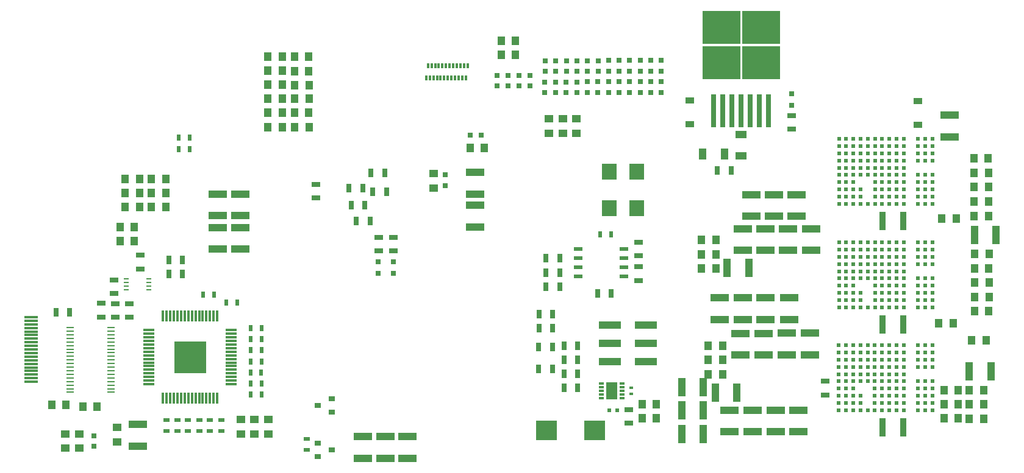
<source format=gbr>
G04 #@! TF.GenerationSoftware,KiCad,Pcbnew,(5.0.2)-1*
G04 #@! TF.CreationDate,2019-04-03T00:40:33-04:00*
G04 #@! TF.ProjectId,RASAC,52415341-432e-46b6-9963-61645f706362,rev?*
G04 #@! TF.SameCoordinates,Original*
G04 #@! TF.FileFunction,Paste,Top*
G04 #@! TF.FilePolarity,Positive*
%FSLAX46Y46*%
G04 Gerber Fmt 4.6, Leading zero omitted, Abs format (unit mm)*
G04 Created by KiCad (PCBNEW (5.0.2)-1) date 4/3/2019 12:40:33 AM*
%MOMM*%
%LPD*%
G01*
G04 APERTURE LIST*
%ADD10R,0.300000X0.700000*%
%ADD11R,0.700000X1.300000*%
%ADD12R,4.400000X4.400000*%
%ADD13R,1.500000X0.300000*%
%ADD14R,0.300000X1.500000*%
%ADD15R,3.150000X1.000000*%
%ADD16R,1.000000X1.250000*%
%ADD17R,2.500000X1.000000*%
%ADD18R,1.000000X2.500000*%
%ADD19R,2.950000X2.700000*%
%ADD20R,1.600000X1.000000*%
%ADD21R,1.250000X1.000000*%
%ADD22R,1.200000X0.900000*%
%ADD23R,0.800000X0.800000*%
%ADD24R,1.900000X0.300000*%
%ADD25R,0.900000X2.500000*%
%ADD26R,0.900000X0.800000*%
%ADD27R,0.900000X0.500000*%
%ADD28R,0.700000X0.300000*%
%ADD29R,1.580000X2.350000*%
%ADD30R,2.000000X2.200000*%
%ADD31R,1.143000X0.508000*%
%ADD32R,1.100000X0.285000*%
%ADD33R,0.750000X0.250000*%
%ADD34R,5.250000X4.550000*%
%ADD35R,0.800000X4.600000*%
%ADD36R,0.550000X0.550000*%
%ADD37R,0.800000X0.750000*%
%ADD38R,0.750000X0.800000*%
%ADD39R,1.300000X0.700000*%
%ADD40R,0.500000X0.900000*%
%ADD41R,0.600000X0.500000*%
%ADD42R,1.000000X1.600000*%
%ADD43R,0.600000X0.400000*%
G04 APERTURE END LIST*
D10*
G04 #@! TO.C,J4*
X151074380Y-83370640D03*
X150574380Y-83370640D03*
X150074380Y-83370640D03*
X149574380Y-83370640D03*
X149074380Y-83370640D03*
X148574380Y-83370640D03*
X148074380Y-83370640D03*
X147574380Y-83370640D03*
X147074380Y-83370640D03*
X146574380Y-83370640D03*
X146074380Y-83370640D03*
X145574380Y-83370640D03*
X145824380Y-85070640D03*
X147324380Y-85070640D03*
X146824380Y-85070640D03*
X146324380Y-85070640D03*
X145324380Y-85070640D03*
X147824380Y-85070640D03*
X148324380Y-85070640D03*
X148824380Y-85070640D03*
X149324380Y-85070640D03*
X149824380Y-85070640D03*
X150324380Y-85070640D03*
X150824380Y-85070640D03*
G04 #@! TD*
D11*
G04 #@! TO.C,R63*
X162844520Y-125539500D03*
X160944520Y-125539500D03*
G04 #@! TD*
G04 #@! TO.C,R70*
X160931820Y-122529600D03*
X162831820Y-122529600D03*
G04 #@! TD*
D12*
G04 #@! TO.C,J5*
X112552480Y-123929140D03*
D13*
X118252480Y-120179140D03*
X118252480Y-120679140D03*
X118252480Y-121179140D03*
X118252480Y-121679140D03*
X118252480Y-122179140D03*
X118252480Y-122679140D03*
X118252480Y-123179140D03*
X118252480Y-123679140D03*
X118252480Y-124179140D03*
X118252480Y-124679140D03*
X118252480Y-125179140D03*
X118252480Y-125679140D03*
X118252480Y-126179140D03*
X118252480Y-126679140D03*
X118252480Y-127179140D03*
X118252480Y-127679140D03*
D14*
X116302480Y-129629140D03*
X115802480Y-129629140D03*
X115302480Y-129629140D03*
X114802480Y-129629140D03*
X114302480Y-129629140D03*
X113802480Y-129629140D03*
X113302480Y-129629140D03*
X112802480Y-129629140D03*
X112302480Y-129629140D03*
X111802480Y-129629140D03*
X111302480Y-129629140D03*
X110802480Y-129629140D03*
X110302480Y-129629140D03*
X109802480Y-129629140D03*
X109302480Y-129629140D03*
X108802480Y-129629140D03*
D13*
X106852480Y-127679140D03*
X106852480Y-127179140D03*
X106852480Y-126679140D03*
X106852480Y-126179140D03*
X106852480Y-125679140D03*
X106852480Y-125179140D03*
X106852480Y-124679140D03*
X106852480Y-124179140D03*
X106852480Y-123679140D03*
X106852480Y-123179140D03*
X106852480Y-122679140D03*
X106852480Y-122179140D03*
X106852480Y-121679140D03*
X106852480Y-121179140D03*
X106852480Y-120679140D03*
X106852480Y-120179140D03*
D14*
X108802480Y-118229140D03*
X109302480Y-118229140D03*
X109802480Y-118229140D03*
X110302480Y-118229140D03*
X110802480Y-118229140D03*
X111302480Y-118229140D03*
X111802480Y-118229140D03*
X112302480Y-118229140D03*
X112802480Y-118229140D03*
X113302480Y-118229140D03*
X113802480Y-118229140D03*
X114302480Y-118229140D03*
X114802480Y-118229140D03*
X115302480Y-118229140D03*
X115802480Y-118229140D03*
X116302480Y-118229140D03*
G04 #@! TD*
D15*
G04 #@! TO.C,J13*
X175849520Y-124592080D03*
X170799520Y-124592080D03*
X175849520Y-122052080D03*
X170799520Y-122052080D03*
X175849520Y-119512080D03*
X170799520Y-119512080D03*
G04 #@! TD*
D16*
G04 #@! TO.C,C11*
X223041720Y-121579640D03*
X221041720Y-121579640D03*
G04 #@! TD*
D17*
G04 #@! TO.C,C15*
X196748400Y-101319200D03*
X196748400Y-104319200D03*
G04 #@! TD*
G04 #@! TO.C,C16*
X195681600Y-115670200D03*
X195681600Y-118670200D03*
G04 #@! TD*
G04 #@! TO.C,C17*
X197002400Y-134291200D03*
X197002400Y-131291200D03*
G04 #@! TD*
G04 #@! TO.C,C18*
X193598800Y-101319200D03*
X193598800Y-104319200D03*
G04 #@! TD*
G04 #@! TO.C,C19*
X192455800Y-115670200D03*
X192455800Y-118670200D03*
G04 #@! TD*
G04 #@! TO.C,C20*
X193814700Y-134291200D03*
X193814700Y-131291200D03*
G04 #@! TD*
G04 #@! TO.C,C21*
X190436500Y-104319200D03*
X190436500Y-101319200D03*
G04 #@! TD*
G04 #@! TO.C,C22*
X189242700Y-118670200D03*
X189242700Y-115670200D03*
G04 #@! TD*
G04 #@! TO.C,C23*
X190614300Y-131291200D03*
X190614300Y-134291200D03*
G04 #@! TD*
G04 #@! TO.C,C24*
X218008200Y-93295600D03*
X218008200Y-90295600D03*
G04 #@! TD*
G04 #@! TO.C,C25*
X198729600Y-106094400D03*
X198729600Y-109094400D03*
G04 #@! TD*
D18*
G04 #@! TO.C,C26*
X221461200Y-106946700D03*
X224461200Y-106946700D03*
G04 #@! TD*
D17*
G04 #@! TO.C,C27*
X186029600Y-115670200D03*
X186029600Y-118670200D03*
G04 #@! TD*
D18*
G04 #@! TO.C,C28*
X223724600Y-125933200D03*
X220724600Y-125933200D03*
G04 #@! TD*
D17*
G04 #@! TO.C,C29*
X187401200Y-134303900D03*
X187401200Y-131303900D03*
G04 #@! TD*
G04 #@! TO.C,C30*
X195580000Y-106094400D03*
X195580000Y-109094400D03*
G04 #@! TD*
G04 #@! TO.C,C31*
X198615300Y-120610500D03*
X198615300Y-123610500D03*
G04 #@! TD*
D18*
G04 #@! TO.C,C32*
X188431300Y-128854200D03*
X185431300Y-128854200D03*
G04 #@! TD*
D16*
G04 #@! TO.C,C33*
X223342200Y-96253300D03*
X221342200Y-96253300D03*
G04 #@! TD*
D17*
G04 #@! TO.C,C34*
X192417700Y-109094400D03*
X192417700Y-106094400D03*
G04 #@! TD*
D16*
G04 #@! TO.C,C35*
X221453200Y-109588300D03*
X223453200Y-109588300D03*
G04 #@! TD*
D17*
G04 #@! TO.C,C36*
X195389500Y-123610500D03*
X195389500Y-120610500D03*
G04 #@! TD*
D16*
G04 #@! TO.C,C37*
X222716600Y-128524000D03*
X220716600Y-128524000D03*
G04 #@! TD*
D18*
G04 #@! TO.C,C38*
X183783100Y-134594600D03*
X180783100Y-134594600D03*
G04 #@! TD*
D17*
G04 #@! TO.C,C39*
X189268100Y-109094400D03*
X189268100Y-106094400D03*
G04 #@! TD*
G04 #@! TO.C,C40*
X192163700Y-120623200D03*
X192163700Y-123623200D03*
G04 #@! TD*
D18*
G04 #@! TO.C,C41*
X180783100Y-131330700D03*
X183783100Y-131330700D03*
G04 #@! TD*
D16*
G04 #@! TO.C,C42*
X221377000Y-98298000D03*
X223377000Y-98298000D03*
G04 #@! TD*
G04 #@! TO.C,C43*
X221440500Y-111569500D03*
X223440500Y-111569500D03*
G04 #@! TD*
G04 #@! TO.C,C44*
X220716600Y-130505200D03*
X222716600Y-130505200D03*
G04 #@! TD*
D18*
G04 #@! TO.C,C45*
X190107700Y-111531400D03*
X187107700Y-111531400D03*
G04 #@! TD*
D17*
G04 #@! TO.C,C46*
X188925200Y-120635900D03*
X188925200Y-123635900D03*
G04 #@! TD*
D18*
G04 #@! TO.C,C47*
X183783100Y-128079500D03*
X180783100Y-128079500D03*
G04 #@! TD*
D16*
G04 #@! TO.C,C48*
X223364300Y-100291900D03*
X221364300Y-100291900D03*
G04 #@! TD*
G04 #@! TO.C,C49*
X223453200Y-113550700D03*
X221453200Y-113550700D03*
G04 #@! TD*
G04 #@! TO.C,C50*
X222703900Y-132486400D03*
X220703900Y-132486400D03*
G04 #@! TD*
G04 #@! TO.C,C54*
X221402400Y-102311200D03*
X223402400Y-102311200D03*
G04 #@! TD*
G04 #@! TO.C,C56*
X223453200Y-115544600D03*
X221453200Y-115544600D03*
G04 #@! TD*
G04 #@! TO.C,C58*
X219211400Y-128524000D03*
X217211400Y-128524000D03*
G04 #@! TD*
G04 #@! TO.C,C63*
X223389700Y-104305100D03*
X221389700Y-104305100D03*
G04 #@! TD*
G04 #@! TO.C,C64*
X221440500Y-117525800D03*
X223440500Y-117525800D03*
G04 #@! TD*
G04 #@! TO.C,C65*
X219198700Y-130454400D03*
X217198700Y-130454400D03*
G04 #@! TD*
G04 #@! TO.C,C66*
X218919300Y-104660700D03*
X216919300Y-104660700D03*
G04 #@! TD*
G04 #@! TO.C,C67*
X216462100Y-119240300D03*
X218462100Y-119240300D03*
G04 #@! TD*
G04 #@! TO.C,C68*
X217198700Y-132397500D03*
X219198700Y-132397500D03*
G04 #@! TD*
D19*
G04 #@! TO.C,C142*
X168735960Y-134122160D03*
X161985960Y-134122160D03*
G04 #@! TD*
D17*
G04 #@! TO.C,C187*
X152079960Y-101238180D03*
X152079960Y-98238180D03*
G04 #@! TD*
G04 #@! TO.C,C188*
X119485919Y-105884381D03*
X119485919Y-108884381D03*
G04 #@! TD*
G04 #@! TO.C,C189*
X119491760Y-104230300D03*
X119491760Y-101230300D03*
G04 #@! TD*
D20*
G04 #@! TO.C,C218*
X189064900Y-92975300D03*
X189064900Y-95975300D03*
G04 #@! TD*
D17*
G04 #@! TO.C,C221*
X105317520Y-133291120D03*
X105317520Y-136291120D03*
G04 #@! TD*
D21*
G04 #@! TO.C,C224*
X102410260Y-135688580D03*
X102410260Y-133688580D03*
G04 #@! TD*
D17*
G04 #@! TO.C,C225*
X152085040Y-105812720D03*
X152085040Y-102812720D03*
G04 #@! TD*
G04 #@! TO.C,C226*
X116370100Y-101232840D03*
X116370100Y-104232840D03*
G04 #@! TD*
G04 #@! TO.C,C227*
X116360199Y-108884381D03*
X116360199Y-105884381D03*
G04 #@! TD*
D22*
G04 #@! TO.C,D1*
X213614000Y-88291400D03*
X213614000Y-91591400D03*
G04 #@! TD*
D23*
G04 #@! TO.C,D6*
X140779500Y-110632340D03*
X140779500Y-112232340D03*
G04 #@! TD*
D22*
G04 #@! TO.C,D8*
X181889400Y-91540600D03*
X181889400Y-88240600D03*
G04 #@! TD*
D24*
G04 #@! TO.C,J7*
X90494700Y-127360880D03*
X90494700Y-126860880D03*
X90494700Y-126360880D03*
X90494700Y-125860880D03*
X90494700Y-125360880D03*
X90494700Y-124860880D03*
X90494700Y-124360880D03*
X90494700Y-123860880D03*
X90494700Y-123360880D03*
X90494700Y-122860880D03*
X90494700Y-122360880D03*
X90494700Y-121860880D03*
X90494700Y-121360880D03*
X90494700Y-120860880D03*
X90494700Y-120360880D03*
X90494700Y-119860880D03*
X90494700Y-119360880D03*
X90494700Y-118860880D03*
X90494700Y-118360880D03*
G04 #@! TD*
D25*
G04 #@! TO.C,L1*
X211571500Y-105003600D03*
X208671500Y-105003600D03*
G04 #@! TD*
G04 #@! TO.C,L2*
X208658800Y-119405400D03*
X211558800Y-119405400D03*
G04 #@! TD*
G04 #@! TO.C,L3*
X211558800Y-133731000D03*
X208658800Y-133731000D03*
G04 #@! TD*
D11*
G04 #@! TO.C,L6*
X187667900Y-97929700D03*
X185767900Y-97929700D03*
G04 #@! TD*
D26*
G04 #@! TO.C,Q1*
X130241800Y-130644900D03*
X132241800Y-129694900D03*
X132241800Y-131594900D03*
G04 #@! TD*
G04 #@! TO.C,Q2*
X130254500Y-135877260D03*
X130254500Y-137777260D03*
X132254500Y-136827260D03*
G04 #@! TD*
D27*
G04 #@! TO.C,R5*
X128714500Y-135322880D03*
X128714500Y-136822880D03*
G04 #@! TD*
D28*
G04 #@! TO.C,U2*
X169599080Y-127592980D03*
X169599080Y-128092980D03*
X169599080Y-128592980D03*
X169599080Y-129092980D03*
X169599080Y-129592980D03*
X172549080Y-129592980D03*
X172549080Y-129092980D03*
X172549080Y-128592980D03*
X172549080Y-128092980D03*
X172549080Y-127592980D03*
D29*
X171074080Y-128617980D03*
G04 #@! TD*
D30*
G04 #@! TO.C,U8*
X174513240Y-98148140D03*
X174513240Y-103228140D03*
X170703240Y-98148140D03*
X170703240Y-103228140D03*
G04 #@! TD*
D31*
G04 #@! TO.C,U10*
X172773340Y-108905040D03*
X172773340Y-110175040D03*
X172773340Y-111445040D03*
X172773340Y-112715040D03*
X166423340Y-112715040D03*
X166423340Y-111445040D03*
X166423340Y-110175040D03*
X166423340Y-108905040D03*
G04 #@! TD*
D32*
G04 #@! TO.C,U11*
X95895040Y-128820300D03*
X95895040Y-128320300D03*
X95895040Y-127820300D03*
X95895040Y-127320300D03*
X95895040Y-126820300D03*
X95895040Y-126320300D03*
X95895040Y-125820300D03*
X95895040Y-125320300D03*
X95895040Y-124820300D03*
X95895040Y-124320300D03*
X95895040Y-123820300D03*
X95895040Y-123320300D03*
X95895040Y-122820300D03*
X95895040Y-122320300D03*
X95895040Y-121820300D03*
X95895040Y-121320300D03*
X95895040Y-120820300D03*
X95895040Y-120320300D03*
X95895040Y-119820300D03*
X101595040Y-119820300D03*
X101595040Y-120320300D03*
X101595040Y-120820300D03*
X101595040Y-121320300D03*
X101595040Y-121820300D03*
X101595040Y-122320300D03*
X101595040Y-122820300D03*
X101595040Y-123320300D03*
X101595040Y-123820300D03*
X101595040Y-124320300D03*
X101595040Y-124820300D03*
X101595040Y-125320300D03*
X101595040Y-125820300D03*
X101595040Y-126320300D03*
X101595040Y-126820300D03*
X101595040Y-127320300D03*
X101595040Y-127820300D03*
X101595040Y-128320300D03*
X101595040Y-128820300D03*
G04 #@! TD*
D33*
G04 #@! TO.C,U12*
X103697440Y-114577560D03*
X103697440Y-114077560D03*
X103697440Y-113577560D03*
X103697440Y-113077560D03*
X106797440Y-113077560D03*
X106797440Y-113577560D03*
X106797440Y-114077560D03*
X106797440Y-114577560D03*
G04 #@! TD*
D34*
G04 #@! TO.C,U13*
X191839900Y-82958900D03*
X186289900Y-78108900D03*
X186289900Y-82958900D03*
X191839900Y-78108900D03*
D35*
X192874900Y-89683900D03*
X191604900Y-89683900D03*
X190334900Y-89683900D03*
X189064900Y-89683900D03*
X187794900Y-89683900D03*
X186524900Y-89683900D03*
X185254900Y-89683900D03*
G04 #@! TD*
D36*
G04 #@! TO.C,U3*
X202620740Y-102589720D03*
X202620740Y-101589720D03*
X202620740Y-100589720D03*
X202620740Y-99589720D03*
X202620740Y-98589720D03*
X202620740Y-96589720D03*
X202620740Y-95589720D03*
X202620740Y-93589720D03*
X203620740Y-102589720D03*
X203620740Y-93589720D03*
X204620740Y-102589720D03*
X204620740Y-93589720D03*
X205620740Y-102589720D03*
X205620740Y-93589720D03*
X206620740Y-102589720D03*
X206620740Y-93589720D03*
X208620740Y-99589720D03*
X211620740Y-93589720D03*
X213620740Y-102589720D03*
X213620740Y-101589720D03*
X213620740Y-100589720D03*
X213620740Y-99589720D03*
X213620740Y-98589720D03*
X213620740Y-96589720D03*
X213620740Y-95589720D03*
X213620740Y-94589720D03*
X213620740Y-93589720D03*
X214620740Y-102589720D03*
X214620740Y-101589720D03*
X214620740Y-100589720D03*
X214620740Y-99589720D03*
X214620740Y-98589720D03*
X214620740Y-96589720D03*
X214620740Y-95589720D03*
X214620740Y-94589720D03*
X214620740Y-93589720D03*
X215620740Y-102589720D03*
X215620740Y-101589720D03*
X215620740Y-100589720D03*
X215620740Y-99589720D03*
X215620740Y-98589720D03*
X215620740Y-96589720D03*
X215620740Y-95589720D03*
X215620740Y-94589720D03*
X215620740Y-93589720D03*
X211620740Y-94589720D03*
X211620740Y-95589720D03*
X211620740Y-96589720D03*
X211620740Y-97589720D03*
X210620740Y-93589720D03*
X210620740Y-94589720D03*
X210620740Y-95589720D03*
X210620740Y-96589720D03*
X210620740Y-97589720D03*
X209620740Y-93589720D03*
X209620740Y-94589720D03*
X209620740Y-95589720D03*
X209620740Y-96589720D03*
X209620740Y-97589720D03*
X211620740Y-98589720D03*
X210620740Y-99589720D03*
X209620740Y-100589720D03*
X211620740Y-99589720D03*
X209620740Y-98589720D03*
X211620740Y-101589720D03*
X210620740Y-100589720D03*
X209620740Y-99589720D03*
X211620740Y-100589720D03*
X210620740Y-102589720D03*
X209620740Y-102589720D03*
X210620740Y-101589720D03*
X210620740Y-98589720D03*
X209620740Y-101589720D03*
X211620740Y-102589720D03*
X208620740Y-94589720D03*
X207620740Y-95589720D03*
X207620740Y-93589720D03*
X208620740Y-95589720D03*
X207620740Y-94589720D03*
X208620740Y-97589720D03*
X207620740Y-97589720D03*
X208620740Y-96589720D03*
X208620740Y-93589720D03*
X207620740Y-96589720D03*
X207620740Y-98589720D03*
X208620740Y-98589720D03*
X205620740Y-97589720D03*
X205620740Y-95589720D03*
X206620740Y-95589720D03*
X206620740Y-96589720D03*
X206620740Y-97589720D03*
X205620740Y-96589720D03*
X205620740Y-94589720D03*
X206620740Y-94589720D03*
X206620740Y-98589720D03*
X205620740Y-98589720D03*
X207620740Y-99589720D03*
X207620740Y-100589720D03*
X208620740Y-100589720D03*
X207620740Y-101589720D03*
X208620740Y-102589720D03*
X207620740Y-102589720D03*
X208620740Y-101589720D03*
X204620740Y-94589720D03*
X203620740Y-94589720D03*
X204620740Y-95589720D03*
X203620740Y-95589720D03*
X204620740Y-96589720D03*
X203620740Y-96589720D03*
X204620740Y-97589720D03*
X203620740Y-97589720D03*
X204620740Y-98589720D03*
X203620740Y-98589720D03*
X204620740Y-99589720D03*
X203620740Y-99589720D03*
X204620740Y-100589720D03*
X204620740Y-101589720D03*
X203620740Y-101589720D03*
X203620740Y-100589720D03*
X205620740Y-101589720D03*
X205620740Y-100589720D03*
X202620740Y-94589720D03*
X202620740Y-97589720D03*
G04 #@! TD*
G04 #@! TO.C,U4*
X202618200Y-116986700D03*
X202618200Y-115986700D03*
X202618200Y-114986700D03*
X202618200Y-113986700D03*
X202618200Y-112986700D03*
X202618200Y-110986700D03*
X202618200Y-109986700D03*
X202618200Y-107986700D03*
X203618200Y-116986700D03*
X203618200Y-107986700D03*
X204618200Y-116986700D03*
X204618200Y-107986700D03*
X205618200Y-116986700D03*
X205618200Y-107986700D03*
X206618200Y-116986700D03*
X206618200Y-107986700D03*
X208618200Y-113986700D03*
X211618200Y-107986700D03*
X213618200Y-116986700D03*
X213618200Y-115986700D03*
X213618200Y-114986700D03*
X213618200Y-113986700D03*
X213618200Y-112986700D03*
X213618200Y-110986700D03*
X213618200Y-109986700D03*
X213618200Y-108986700D03*
X213618200Y-107986700D03*
X214618200Y-116986700D03*
X214618200Y-115986700D03*
X214618200Y-114986700D03*
X214618200Y-113986700D03*
X214618200Y-112986700D03*
X214618200Y-110986700D03*
X214618200Y-109986700D03*
X214618200Y-108986700D03*
X214618200Y-107986700D03*
X215618200Y-116986700D03*
X215618200Y-115986700D03*
X215618200Y-114986700D03*
X215618200Y-113986700D03*
X215618200Y-112986700D03*
X215618200Y-110986700D03*
X215618200Y-109986700D03*
X215618200Y-108986700D03*
X215618200Y-107986700D03*
X211618200Y-108986700D03*
X211618200Y-109986700D03*
X211618200Y-110986700D03*
X211618200Y-111986700D03*
X210618200Y-107986700D03*
X210618200Y-108986700D03*
X210618200Y-109986700D03*
X210618200Y-110986700D03*
X210618200Y-111986700D03*
X209618200Y-107986700D03*
X209618200Y-108986700D03*
X209618200Y-109986700D03*
X209618200Y-110986700D03*
X209618200Y-111986700D03*
X211618200Y-112986700D03*
X210618200Y-113986700D03*
X209618200Y-114986700D03*
X211618200Y-113986700D03*
X209618200Y-112986700D03*
X211618200Y-115986700D03*
X210618200Y-114986700D03*
X209618200Y-113986700D03*
X211618200Y-114986700D03*
X210618200Y-116986700D03*
X209618200Y-116986700D03*
X210618200Y-115986700D03*
X210618200Y-112986700D03*
X209618200Y-115986700D03*
X211618200Y-116986700D03*
X208618200Y-108986700D03*
X207618200Y-109986700D03*
X207618200Y-107986700D03*
X208618200Y-109986700D03*
X207618200Y-108986700D03*
X208618200Y-111986700D03*
X207618200Y-111986700D03*
X208618200Y-110986700D03*
X208618200Y-107986700D03*
X207618200Y-110986700D03*
X207618200Y-112986700D03*
X208618200Y-112986700D03*
X205618200Y-111986700D03*
X205618200Y-109986700D03*
X206618200Y-109986700D03*
X206618200Y-110986700D03*
X206618200Y-111986700D03*
X205618200Y-110986700D03*
X205618200Y-108986700D03*
X206618200Y-108986700D03*
X206618200Y-112986700D03*
X205618200Y-112986700D03*
X207618200Y-113986700D03*
X207618200Y-114986700D03*
X208618200Y-114986700D03*
X207618200Y-115986700D03*
X208618200Y-116986700D03*
X207618200Y-116986700D03*
X208618200Y-115986700D03*
X204618200Y-108986700D03*
X203618200Y-108986700D03*
X204618200Y-109986700D03*
X203618200Y-109986700D03*
X204618200Y-110986700D03*
X203618200Y-110986700D03*
X204618200Y-111986700D03*
X203618200Y-111986700D03*
X204618200Y-112986700D03*
X203618200Y-112986700D03*
X204618200Y-113986700D03*
X203618200Y-113986700D03*
X204618200Y-114986700D03*
X204618200Y-115986700D03*
X203618200Y-115986700D03*
X203618200Y-114986700D03*
X205618200Y-115986700D03*
X205618200Y-114986700D03*
X202618200Y-108986700D03*
X202618200Y-111986700D03*
G04 #@! TD*
G04 #@! TO.C,U5*
X202605500Y-126302400D03*
X202605500Y-123302400D03*
X205605500Y-129302400D03*
X205605500Y-130302400D03*
X203605500Y-129302400D03*
X203605500Y-130302400D03*
X204605500Y-130302400D03*
X204605500Y-129302400D03*
X203605500Y-128302400D03*
X204605500Y-128302400D03*
X203605500Y-127302400D03*
X204605500Y-127302400D03*
X203605500Y-126302400D03*
X204605500Y-126302400D03*
X203605500Y-125302400D03*
X204605500Y-125302400D03*
X203605500Y-124302400D03*
X204605500Y-124302400D03*
X203605500Y-123302400D03*
X204605500Y-123302400D03*
X208605500Y-130302400D03*
X207605500Y-131302400D03*
X208605500Y-131302400D03*
X207605500Y-130302400D03*
X208605500Y-129302400D03*
X207605500Y-129302400D03*
X207605500Y-128302400D03*
X205605500Y-127302400D03*
X206605500Y-127302400D03*
X206605500Y-123302400D03*
X205605500Y-123302400D03*
X205605500Y-125302400D03*
X206605500Y-126302400D03*
X206605500Y-125302400D03*
X206605500Y-124302400D03*
X205605500Y-124302400D03*
X205605500Y-126302400D03*
X208605500Y-127302400D03*
X207605500Y-127302400D03*
X207605500Y-125302400D03*
X208605500Y-122302400D03*
X208605500Y-125302400D03*
X207605500Y-126302400D03*
X208605500Y-126302400D03*
X207605500Y-123302400D03*
X208605500Y-124302400D03*
X207605500Y-122302400D03*
X207605500Y-124302400D03*
X208605500Y-123302400D03*
X211605500Y-131302400D03*
X209605500Y-130302400D03*
X210605500Y-127302400D03*
X210605500Y-130302400D03*
X209605500Y-131302400D03*
X210605500Y-131302400D03*
X211605500Y-129302400D03*
X209605500Y-128302400D03*
X210605500Y-129302400D03*
X211605500Y-130302400D03*
X209605500Y-127302400D03*
X211605500Y-128302400D03*
X209605500Y-129302400D03*
X210605500Y-128302400D03*
X211605500Y-127302400D03*
X209605500Y-126302400D03*
X209605500Y-125302400D03*
X209605500Y-124302400D03*
X209605500Y-123302400D03*
X209605500Y-122302400D03*
X210605500Y-126302400D03*
X210605500Y-125302400D03*
X210605500Y-124302400D03*
X210605500Y-123302400D03*
X210605500Y-122302400D03*
X211605500Y-126302400D03*
X211605500Y-125302400D03*
X211605500Y-124302400D03*
X211605500Y-123302400D03*
X215605500Y-122302400D03*
X215605500Y-123302400D03*
X215605500Y-124302400D03*
X215605500Y-125302400D03*
X215605500Y-127302400D03*
X215605500Y-128302400D03*
X215605500Y-129302400D03*
X215605500Y-130302400D03*
X215605500Y-131302400D03*
X214605500Y-122302400D03*
X214605500Y-123302400D03*
X214605500Y-124302400D03*
X214605500Y-125302400D03*
X214605500Y-127302400D03*
X214605500Y-128302400D03*
X214605500Y-129302400D03*
X214605500Y-130302400D03*
X214605500Y-131302400D03*
X213605500Y-122302400D03*
X213605500Y-123302400D03*
X213605500Y-124302400D03*
X213605500Y-125302400D03*
X213605500Y-127302400D03*
X213605500Y-128302400D03*
X213605500Y-129302400D03*
X213605500Y-130302400D03*
X213605500Y-131302400D03*
X211605500Y-122302400D03*
X208605500Y-128302400D03*
X206605500Y-122302400D03*
X206605500Y-131302400D03*
X205605500Y-122302400D03*
X205605500Y-131302400D03*
X204605500Y-122302400D03*
X204605500Y-131302400D03*
X203605500Y-122302400D03*
X203605500Y-131302400D03*
X202605500Y-122302400D03*
X202605500Y-124302400D03*
X202605500Y-125302400D03*
X202605500Y-127302400D03*
X202605500Y-128302400D03*
X202605500Y-129302400D03*
X202605500Y-130302400D03*
X202605500Y-131302400D03*
G04 #@! TD*
D37*
G04 #@! TO.C,C69*
X152977280Y-93017340D03*
X151477280Y-93017340D03*
G04 #@! TD*
D38*
G04 #@! TO.C,C70*
X147937220Y-100061460D03*
X147937220Y-98561460D03*
G04 #@! TD*
D16*
G04 #@! TO.C,C71*
X153402540Y-94808040D03*
X151402540Y-94808040D03*
G04 #@! TD*
D21*
G04 #@! TO.C,C74*
X146321780Y-98387660D03*
X146321780Y-100387660D03*
G04 #@! TD*
D16*
G04 #@! TO.C,C76*
X107163360Y-103032560D03*
X109163360Y-103032560D03*
G04 #@! TD*
G04 #@! TO.C,C77*
X125340620Y-87988140D03*
X123340620Y-87988140D03*
G04 #@! TD*
G04 #@! TO.C,C78*
X105508300Y-103024940D03*
X103508300Y-103024940D03*
G04 #@! TD*
G04 #@! TO.C,C79*
X129043261Y-91964561D03*
X127043261Y-91964561D03*
G04 #@! TD*
G04 #@! TO.C,C81*
X105510840Y-99192080D03*
X103510840Y-99192080D03*
G04 #@! TD*
G04 #@! TO.C,C82*
X109155740Y-99192080D03*
X107155740Y-99192080D03*
G04 #@! TD*
G04 #@! TO.C,C83*
X175286160Y-130436620D03*
X177286160Y-130436620D03*
G04 #@! TD*
D38*
G04 #@! TO.C,C86*
X176456340Y-82678840D03*
X176456340Y-84178840D03*
G04 #@! TD*
D16*
G04 #@! TO.C,C93*
X125345700Y-86062820D03*
X123345700Y-86062820D03*
G04 #@! TD*
G04 #@! TO.C,C95*
X127018501Y-84129381D03*
X129018501Y-84129381D03*
G04 #@! TD*
G04 #@! TO.C,C96*
X127013460Y-82133440D03*
X129013460Y-82133440D03*
G04 #@! TD*
G04 #@! TO.C,C101*
X155720540Y-79938880D03*
X157720540Y-79938880D03*
G04 #@! TD*
G04 #@! TO.C,C104*
X129045041Y-88006781D03*
X127045041Y-88006781D03*
G04 #@! TD*
G04 #@! TO.C,C106*
X123355860Y-84117180D03*
X125355860Y-84117180D03*
G04 #@! TD*
G04 #@! TO.C,C107*
X123348240Y-82110580D03*
X125348240Y-82110580D03*
G04 #@! TD*
G04 #@! TO.C,C115*
X125343160Y-89956640D03*
X123343160Y-89956640D03*
G04 #@! TD*
G04 #@! TO.C,C117*
X129046480Y-86078060D03*
X127046480Y-86078060D03*
G04 #@! TD*
G04 #@! TO.C,C118*
X125348240Y-91950540D03*
X123348240Y-91950540D03*
G04 #@! TD*
G04 #@! TO.C,C124*
X155720540Y-81912460D03*
X157720540Y-81912460D03*
G04 #@! TD*
G04 #@! TO.C,C126*
X127036320Y-89916000D03*
X129036320Y-89916000D03*
G04 #@! TD*
D38*
G04 #@! TO.C,C133*
X99204780Y-136347900D03*
X99204780Y-134847900D03*
G04 #@! TD*
D21*
G04 #@! TO.C,C134*
X95178880Y-136592820D03*
X95178880Y-134592820D03*
G04 #@! TD*
G04 #@! TO.C,C141*
X97134680Y-136605520D03*
X97134680Y-134605520D03*
G04 #@! TD*
D38*
G04 #@! TO.C,C143*
X169182441Y-84186599D03*
X169182441Y-82686599D03*
G04 #@! TD*
G04 #@! TO.C,C144*
X167711120Y-82683920D03*
X167711120Y-84183920D03*
G04 #@! TD*
D37*
G04 #@! TO.C,C146*
X158195580Y-84731860D03*
X159695580Y-84731860D03*
G04 #@! TD*
D38*
G04 #@! TO.C,C147*
X164770625Y-85660505D03*
X164770625Y-87160505D03*
G04 #@! TD*
G04 #@! TO.C,C149*
X177896520Y-87120160D03*
X177896520Y-85620160D03*
G04 #@! TD*
D17*
G04 #@! TO.C,C152*
X136559299Y-134978441D03*
X136559299Y-137978441D03*
G04 #@! TD*
D38*
G04 #@! TO.C,C153*
X172105320Y-87137940D03*
X172105320Y-85637940D03*
G04 #@! TD*
G04 #@! TO.C,C154*
X175019999Y-85633401D03*
X175019999Y-87133401D03*
G04 #@! TD*
G04 #@! TO.C,C156*
X173570900Y-82676300D03*
X173570900Y-84176300D03*
G04 #@! TD*
G04 #@! TO.C,C157*
X176469040Y-85627780D03*
X176469040Y-87127780D03*
G04 #@! TD*
D17*
G04 #@! TO.C,C158*
X139639299Y-137978441D03*
X139639299Y-134978441D03*
G04 #@! TD*
G04 #@! TO.C,C162*
X142719299Y-137978441D03*
X142719299Y-134978441D03*
G04 #@! TD*
D38*
G04 #@! TO.C,C163*
X164775581Y-84202019D03*
X164775581Y-82702019D03*
G04 #@! TD*
G04 #@! TO.C,C164*
X167718740Y-87135400D03*
X167718740Y-85635400D03*
G04 #@! TD*
G04 #@! TO.C,C165*
X163278385Y-87160505D03*
X163278385Y-85660505D03*
G04 #@! TD*
D37*
G04 #@! TO.C,C166*
X158218440Y-86215220D03*
X159718440Y-86215220D03*
G04 #@! TD*
G04 #@! TO.C,C168*
X156680600Y-84739480D03*
X155180600Y-84739480D03*
G04 #@! TD*
D38*
G04 #@! TO.C,C169*
X170637200Y-82678840D03*
X170637200Y-84178840D03*
G04 #@! TD*
G04 #@! TO.C,C172*
X161806465Y-87160505D03*
X161806465Y-85660505D03*
G04 #@! TD*
G04 #@! TO.C,C173*
X166243000Y-82696620D03*
X166243000Y-84196620D03*
G04 #@! TD*
G04 #@! TO.C,C174*
X166243000Y-85660800D03*
X166243000Y-87160800D03*
G04 #@! TD*
G04 #@! TO.C,C175*
X163283341Y-82702019D03*
X163283341Y-84202019D03*
G04 #@! TD*
G04 #@! TO.C,C176*
X177906680Y-84178840D03*
X177906680Y-82678840D03*
G04 #@! TD*
G04 #@! TO.C,C177*
X172112940Y-82678840D03*
X172112940Y-84178840D03*
G04 #@! TD*
G04 #@! TO.C,C178*
X175023780Y-84176300D03*
X175023780Y-82676300D03*
G04 #@! TD*
G04 #@! TO.C,C182*
X169171620Y-85635400D03*
X169171620Y-87135400D03*
G04 #@! TD*
G04 #@! TO.C,C183*
X161811421Y-84202019D03*
X161811421Y-82702019D03*
G04 #@! TD*
D37*
G04 #@! TO.C,C184*
X155180600Y-86215220D03*
X156680600Y-86215220D03*
G04 #@! TD*
D38*
G04 #@! TO.C,C185*
X170634660Y-87135400D03*
X170634660Y-85635400D03*
G04 #@! TD*
G04 #@! TO.C,C186*
X173558200Y-85632860D03*
X173558200Y-87132860D03*
G04 #@! TD*
D16*
G04 #@! TO.C,C217*
X99633280Y-130797300D03*
X97633280Y-130797300D03*
G04 #@! TD*
G04 #@! TO.C,C220*
X109176060Y-101122480D03*
X107176060Y-101122480D03*
G04 #@! TD*
G04 #@! TO.C,C222*
X177281080Y-132458460D03*
X175281080Y-132458460D03*
G04 #@! TD*
G04 #@! TO.C,C223*
X105510840Y-101122480D03*
X103510840Y-101122480D03*
G04 #@! TD*
D23*
G04 #@! TO.C,D7*
X138694160Y-112242500D03*
X138694160Y-110642500D03*
G04 #@! TD*
D11*
G04 #@! TO.C,R9*
X139545100Y-98280220D03*
X137645100Y-98280220D03*
G04 #@! TD*
G04 #@! TO.C,R10*
X139816880Y-100914200D03*
X137916880Y-100914200D03*
G04 #@! TD*
D39*
G04 #@! TO.C,R11*
X129984500Y-99898160D03*
X129984500Y-101798160D03*
G04 #@! TD*
D11*
G04 #@! TO.C,R12*
X134597100Y-100436680D03*
X136497100Y-100436680D03*
G04 #@! TD*
G04 #@! TO.C,R13*
X135625800Y-105008680D03*
X137525800Y-105008680D03*
G04 #@! TD*
G04 #@! TO.C,R14*
X134909520Y-102768400D03*
X136809520Y-102768400D03*
G04 #@! TD*
G04 #@! TO.C,R16*
X161970680Y-110162340D03*
X163870680Y-110162340D03*
G04 #@! TD*
G04 #@! TO.C,R17*
X163863060Y-112148620D03*
X161963060Y-112148620D03*
G04 #@! TD*
G04 #@! TO.C,R18*
X163865600Y-114145060D03*
X161965600Y-114145060D03*
G04 #@! TD*
D40*
G04 #@! TO.C,R19*
X169498580Y-106819700D03*
X170998580Y-106819700D03*
G04 #@! TD*
D39*
G04 #@! TO.C,R20*
X174795180Y-107922020D03*
X174795180Y-109822020D03*
G04 #@! TD*
G04 #@! TO.C,R21*
X174802800Y-111351020D03*
X174802800Y-113251020D03*
G04 #@! TD*
D11*
G04 #@! TO.C,R22*
X169103000Y-115031520D03*
X171003000Y-115031520D03*
G04 #@! TD*
D39*
G04 #@! TO.C,R31*
X140784580Y-109143840D03*
X140784580Y-107243840D03*
G04 #@! TD*
D11*
G04 #@! TO.C,R73*
X95839320Y-117721380D03*
X93939320Y-117721380D03*
G04 #@! TD*
D39*
G04 #@! TO.C,R76*
X138709400Y-107248920D03*
X138709400Y-109148920D03*
G04 #@! TD*
G04 #@! TO.C,R93*
X101963220Y-113207760D03*
X101963220Y-115107760D03*
G04 #@! TD*
G04 #@! TO.C,R94*
X102138480Y-116466580D03*
X102138480Y-118366580D03*
G04 #@! TD*
G04 #@! TO.C,R95*
X104106980Y-116476740D03*
X104106980Y-118376740D03*
G04 #@! TD*
G04 #@! TO.C,R96*
X105608120Y-111660980D03*
X105608120Y-109760980D03*
G04 #@! TD*
G04 #@! TO.C,R97*
X100180140Y-118361500D03*
X100180140Y-116461500D03*
G04 #@! TD*
D21*
G04 #@! TO.C,C13*
X123438920Y-132593840D03*
X123438920Y-134593840D03*
G04 #@! TD*
D41*
G04 #@! TO.C,C14*
X170770460Y-131333240D03*
X171870460Y-131333240D03*
G04 #@! TD*
D16*
G04 #@! TO.C,C51*
X185533540Y-111622840D03*
X183533540Y-111622840D03*
G04 #@! TD*
D21*
G04 #@! TO.C,C52*
X164282621Y-90774819D03*
X164282621Y-92774819D03*
G04 #@! TD*
D16*
G04 #@! TO.C,C53*
X186486040Y-124338080D03*
X184486040Y-124338080D03*
G04 #@! TD*
G04 #@! TO.C,C55*
X183551320Y-107609640D03*
X185551320Y-107609640D03*
G04 #@! TD*
D21*
G04 #@! TO.C,C57*
X166176960Y-92775280D03*
X166176960Y-90775280D03*
G04 #@! TD*
D16*
G04 #@! TO.C,C59*
X184486040Y-122359420D03*
X186486040Y-122359420D03*
G04 #@! TD*
G04 #@! TO.C,C60*
X185538620Y-109613700D03*
X183538620Y-109613700D03*
G04 #@! TD*
D21*
G04 #@! TO.C,C61*
X162377120Y-90767660D03*
X162377120Y-92767660D03*
G04 #@! TD*
D16*
G04 #@! TO.C,C62*
X186483500Y-126298960D03*
X184483500Y-126298960D03*
G04 #@! TD*
D42*
G04 #@! TO.C,C213*
X183715400Y-95664020D03*
X186715400Y-95664020D03*
G04 #@! TD*
D16*
G04 #@! TO.C,C214*
X102809800Y-105877360D03*
X104809800Y-105877360D03*
G04 #@! TD*
D21*
G04 #@! TO.C,C215*
X121493779Y-132595921D03*
X121493779Y-134595921D03*
G04 #@! TD*
D16*
G04 #@! TO.C,C216*
X93325440Y-130525520D03*
X95325440Y-130525520D03*
G04 #@! TD*
G04 #@! TO.C,C228*
X104809800Y-107784900D03*
X102809800Y-107784900D03*
G04 #@! TD*
D21*
G04 #@! TO.C,C229*
X119577259Y-132595921D03*
X119577259Y-134595921D03*
G04 #@! TD*
D23*
G04 #@! TO.C,D2*
X196082920Y-87294820D03*
X196082920Y-88894820D03*
G04 #@! TD*
D39*
G04 #@! TO.C,R2*
X196088000Y-92232520D03*
X196088000Y-90332520D03*
G04 #@! TD*
D43*
G04 #@! TO.C,R3*
X173807120Y-129073060D03*
X173807120Y-128173060D03*
G04 #@! TD*
D39*
G04 #@! TO.C,R4*
X173438820Y-133098580D03*
X173438820Y-131198580D03*
G04 #@! TD*
G04 #@! TO.C,R6*
X200720960Y-127281900D03*
X200720960Y-129181900D03*
G04 #@! TD*
D40*
G04 #@! TO.C,R32*
X122474420Y-119854980D03*
X120974420Y-119854980D03*
G04 #@! TD*
G04 #@! TO.C,R33*
X122475120Y-121432320D03*
X120975120Y-121432320D03*
G04 #@! TD*
G04 #@! TO.C,R34*
X122469340Y-122981720D03*
X120969340Y-122981720D03*
G04 #@! TD*
G04 #@! TO.C,R35*
X122433780Y-126039880D03*
X120933780Y-126039880D03*
G04 #@! TD*
G04 #@! TO.C,R36*
X120943940Y-127574040D03*
X122443940Y-127574040D03*
G04 #@! TD*
G04 #@! TO.C,R37*
X120943940Y-129115820D03*
X122443940Y-129115820D03*
G04 #@! TD*
D27*
G04 #@! TO.C,R38*
X116857780Y-134183820D03*
X116857780Y-132683820D03*
G04 #@! TD*
G04 #@! TO.C,R39*
X115326160Y-134183820D03*
X115326160Y-132683820D03*
G04 #@! TD*
G04 #@! TO.C,R40*
X113804700Y-134204140D03*
X113804700Y-132704140D03*
G04 #@! TD*
G04 #@! TO.C,R41*
X112273080Y-132699060D03*
X112273080Y-134199060D03*
G04 #@! TD*
G04 #@! TO.C,R42*
X110761780Y-134204140D03*
X110761780Y-132704140D03*
G04 #@! TD*
G04 #@! TO.C,R43*
X109235240Y-132688900D03*
X109235240Y-134188900D03*
G04 #@! TD*
D40*
G04 #@! TO.C,R44*
X120941400Y-124526040D03*
X122441400Y-124526040D03*
G04 #@! TD*
G04 #@! TO.C,R45*
X114334860Y-115229640D03*
X115834860Y-115229640D03*
G04 #@! TD*
G04 #@! TO.C,R59*
X119060660Y-116347240D03*
X117560660Y-116347240D03*
G04 #@! TD*
D11*
G04 #@! TO.C,R61*
X166375120Y-122364500D03*
X164475120Y-122364500D03*
G04 #@! TD*
G04 #@! TO.C,R62*
X164467788Y-128214664D03*
X166367788Y-128214664D03*
G04 #@! TD*
G04 #@! TO.C,R65*
X162880080Y-117967760D03*
X160980080Y-117967760D03*
G04 #@! TD*
G04 #@! TO.C,R67*
X166372580Y-126253240D03*
X164472580Y-126253240D03*
G04 #@! TD*
G04 #@! TO.C,R68*
X164477660Y-124317760D03*
X166377660Y-124317760D03*
G04 #@! TD*
G04 #@! TO.C,R72*
X160977540Y-119900700D03*
X162877540Y-119900700D03*
G04 #@! TD*
D40*
G04 #@! TO.C,R74*
X112497300Y-93398340D03*
X110997300Y-93398340D03*
G04 #@! TD*
G04 #@! TO.C,R75*
X111000481Y-94998161D03*
X112500481Y-94998161D03*
G04 #@! TD*
D11*
G04 #@! TO.C,R90*
X111483180Y-112354360D03*
X109583180Y-112354360D03*
G04 #@! TD*
G04 #@! TO.C,R91*
X109585720Y-110396020D03*
X111485720Y-110396020D03*
G04 #@! TD*
M02*

</source>
